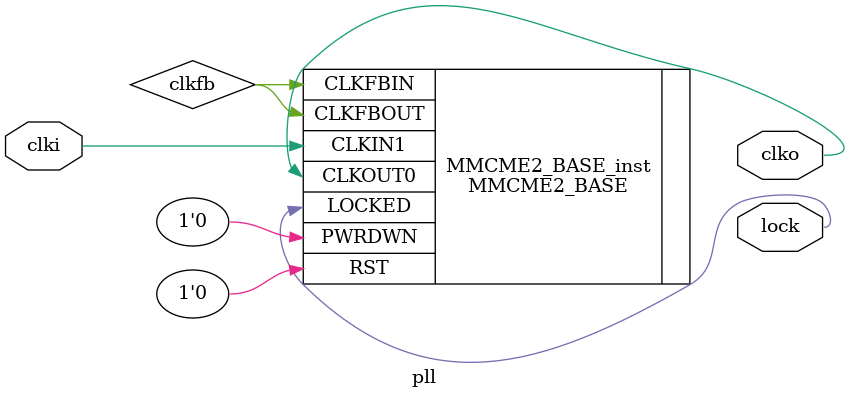
<source format=v>
module pll(
  input  clki,
  output clko,
  output lock
);

  wire clkfb;

  MMCME2_BASE #(
    .BANDWIDTH("OPTIMIZED"),
    .CLKFBOUT_MULT_F(50.0),
    .CLKIN1_PERIOD(83.33),
    .CLKOUT0_DIVIDE_F(12.0),
    .DIVCLK_DIVIDE(1),
    .STARTUP_WAIT("FALSE")
  ) MMCME2_BASE_inst (
    .CLKOUT0(clko),
    .CLKFBOUT(clkfb),
    .LOCKED(lock),
    .CLKIN1(clki),
    .PWRDWN(1'b0),
    .RST(1'b0),
    .CLKFBIN(clkfb)
  );

endmodule

</source>
